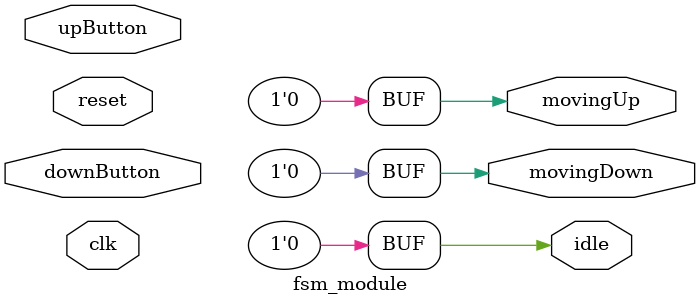
<source format=v>
module fsm_module ( 
  input clk,
  input reset,
  input upButton,
  input downButton,
  output reg idle,
  output reg movingUp,
  output reg movingDown
);

  parameter IDLE = 2'b00;
  parameter MOVING_UP = 2'b01;
  parameter MOVING_DOWN = 2'b10;
  parameter ADDITIONAL_STATE = 2'b11;

  reg [1:0] current_state;
  reg [1:0] next_state;

  always @(posedge clk or posedge reset) begin
    if (reset) begin
      current_state <= IDLE;
    end else begin
      current_state <= next_state;
    end
  end

  always @(*) begin
    case (current_state)
      IDLE:
        begin
          idle      = 1;
          movingUp   = 0;
          movingDown = 0;
          next_state = IDLE;
          if (upButton) begin
            next_state = MOVING_UP;
          end
          if (downButton) begin
            next_state = MOVING_DOWN;
          end
        end
      MOVING_UP:
        begin
          idle      = 0;
          movingUp   = 1;
          movingDown = 0;
          next_state = IDLE;
        end
      MOVING_DOWN:
        begin
          idle      = 0;
          movingUp   = 0;
          movingDown = 1;
          next_state = IDLE;
        end
      ADDITIONAL_STATE:
        begin
          idle      = 0;
          movingUp   = 0;
          movingDown = 0;
          next_state = MOVING_DOWN;
        end
      default:
        begin
          idle      = 1;
          movingUp   = 0;
          movingDown = 0;
          next_state = IDLE;
        end
    endcase
  end
  
  always @(*) begin
    idle = 0;
    movingUp = 0;
    movingDown = 0;
  end
  
endmodule
</source>
